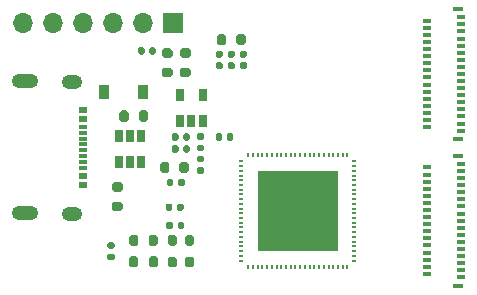
<source format=gts>
G04 #@! TF.GenerationSoftware,KiCad,Pcbnew,5.1.7-a382d34a8~87~ubuntu20.04.1*
G04 #@! TF.CreationDate,2020-11-21T01:21:06+00:00*
G04 #@! TF.ProjectId,ILI2511-N7,494c4932-3531-4312-9d4e-372e6b696361,rev?*
G04 #@! TF.SameCoordinates,Original*
G04 #@! TF.FileFunction,Soldermask,Top*
G04 #@! TF.FilePolarity,Negative*
%FSLAX46Y46*%
G04 Gerber Fmt 4.6, Leading zero omitted, Abs format (unit mm)*
G04 Created by KiCad (PCBNEW 5.1.7-a382d34a8~87~ubuntu20.04.1) date 2020-11-21 01:21:06*
%MOMM*%
%LPD*%
G01*
G04 APERTURE LIST*
%ADD10R,1.700000X1.700000*%
%ADD11R,0.200000X0.450000*%
%ADD12O,0.200000X0.450000*%
%ADD13R,0.450000X0.200000*%
%ADD14R,0.800000X0.300000*%
%ADD15R,0.650000X0.300000*%
%ADD16R,0.950000X0.400000*%
%ADD17O,2.250000X1.250000*%
%ADD18O,1.750000X1.250000*%
%ADD19R,0.800000X0.540000*%
%ADD20R,0.650000X1.060000*%
%ADD21O,1.700000X1.700000*%
%ADD22R,0.900000X1.200000*%
G04 APERTURE END LIST*
D10*
X155900000Y-84430000D03*
X155900000Y-82730000D03*
X155900000Y-81030000D03*
X155900000Y-79330000D03*
X154200000Y-84430000D03*
X154200000Y-82730000D03*
X154200000Y-81030000D03*
X154200000Y-79330000D03*
X152500000Y-84430000D03*
X152500000Y-82730000D03*
X152500000Y-81030000D03*
X152500000Y-79330000D03*
X150800000Y-84430000D03*
X150800000Y-82730000D03*
X150800000Y-81030000D03*
X150800000Y-79330000D03*
D11*
X149150000Y-77105000D03*
X149550000Y-77105000D03*
X149950000Y-77105000D03*
X150350000Y-77105000D03*
X150750000Y-77105000D03*
X151150000Y-77105000D03*
X151550000Y-77105000D03*
X151950000Y-77105000D03*
X152350000Y-77105000D03*
X152750000Y-77105000D03*
X153150000Y-77105000D03*
X153550000Y-77105000D03*
X153950000Y-77105000D03*
D12*
X154350000Y-77105000D03*
X154750000Y-77105000D03*
D11*
X155150000Y-77105000D03*
X155550000Y-77105000D03*
X155950000Y-77105000D03*
X156350000Y-77105000D03*
X156750000Y-77105000D03*
X157150000Y-77105000D03*
X157550000Y-77105000D03*
D13*
X158125000Y-77680000D03*
X158125000Y-78080000D03*
X158125000Y-78480000D03*
X158125000Y-78880000D03*
X158125000Y-79280000D03*
X158125000Y-79680000D03*
X158125000Y-80080000D03*
X158125000Y-80480000D03*
X158125000Y-80880000D03*
X158125000Y-81280000D03*
X158125000Y-81680000D03*
X158125000Y-82080000D03*
X158125000Y-82480000D03*
X158125000Y-82880000D03*
X158125000Y-83280000D03*
X158125000Y-83680000D03*
X158125000Y-84080000D03*
X158125000Y-84480000D03*
X158125000Y-84880000D03*
X158125000Y-85280000D03*
X158125000Y-85680000D03*
X158125000Y-86080000D03*
D11*
X157550000Y-86655000D03*
X157150000Y-86655000D03*
X156750000Y-86655000D03*
X156350000Y-86655000D03*
X155950000Y-86655000D03*
X155550000Y-86655000D03*
X155150000Y-86655000D03*
X154750000Y-86655000D03*
X154350000Y-86655000D03*
X153950000Y-86655000D03*
X153550000Y-86655000D03*
X153150000Y-86655000D03*
X152750000Y-86655000D03*
X152350000Y-86655000D03*
X151950000Y-86655000D03*
X151550000Y-86655000D03*
X151150000Y-86655000D03*
X150750000Y-86655000D03*
X150350000Y-86655000D03*
X149950000Y-86655000D03*
X149550000Y-86655000D03*
X149150000Y-86655000D03*
D13*
X148575000Y-86080000D03*
X148575000Y-85680000D03*
X148575000Y-85280000D03*
X148575000Y-84880000D03*
X148575000Y-84480000D03*
X148575000Y-84080000D03*
X148575000Y-83680000D03*
X148575000Y-83280000D03*
X148575000Y-82880000D03*
X148575000Y-82480000D03*
X148575000Y-82080000D03*
X148575000Y-81680000D03*
X148575000Y-81280000D03*
X148575000Y-80880000D03*
X148575000Y-80480000D03*
X148575000Y-80080000D03*
X148575000Y-79680000D03*
X148575000Y-79280000D03*
X148575000Y-78880000D03*
X148575000Y-78480000D03*
X148575000Y-78080000D03*
X148575000Y-77680000D03*
D14*
X167200000Y-65480000D03*
D15*
X164325000Y-65780000D03*
D14*
X167200000Y-66080000D03*
D15*
X164325000Y-66380000D03*
D14*
X167200000Y-66680000D03*
D15*
X164325000Y-66980000D03*
D14*
X167200000Y-67280000D03*
D15*
X164325000Y-67580000D03*
D14*
X167200000Y-67880000D03*
D15*
X164325000Y-68180000D03*
D14*
X167200000Y-68480000D03*
D15*
X164325000Y-68780000D03*
D14*
X167200000Y-69080000D03*
D15*
X164325000Y-69380000D03*
D14*
X167200000Y-69680000D03*
D15*
X164325000Y-69980000D03*
D14*
X167200000Y-70280000D03*
D15*
X164325000Y-70580000D03*
D14*
X167200000Y-70880000D03*
D15*
X164325000Y-71180000D03*
D14*
X167200000Y-71480000D03*
D15*
X164325000Y-71780000D03*
D14*
X167200000Y-72080000D03*
D15*
X164325000Y-72380000D03*
D14*
X167200000Y-72680000D03*
D15*
X164325000Y-72980000D03*
D14*
X167200000Y-73280000D03*
D15*
X164325000Y-73580000D03*
D14*
X167200000Y-73880000D03*
D15*
X164325000Y-74180000D03*
D14*
X167200000Y-74480000D03*
D15*
X164325000Y-74780000D03*
D14*
X167200000Y-75080000D03*
D16*
X166925000Y-64780000D03*
X166925000Y-75780000D03*
D14*
X167150000Y-77900000D03*
D15*
X164275000Y-78200000D03*
D14*
X167150000Y-78500000D03*
D15*
X164275000Y-78800000D03*
D14*
X167150000Y-79100000D03*
D15*
X164275000Y-79400000D03*
D14*
X167150000Y-79700000D03*
D15*
X164275000Y-80000000D03*
D14*
X167150000Y-80300000D03*
D15*
X164275000Y-80600000D03*
D14*
X167150000Y-80900000D03*
D15*
X164275000Y-81200000D03*
D14*
X167150000Y-81500000D03*
D15*
X164275000Y-81800000D03*
D14*
X167150000Y-82100000D03*
D15*
X164275000Y-82400000D03*
D14*
X167150000Y-82700000D03*
D15*
X164275000Y-83000000D03*
D14*
X167150000Y-83300000D03*
D15*
X164275000Y-83600000D03*
D14*
X167150000Y-83900000D03*
D15*
X164275000Y-84200000D03*
D14*
X167150000Y-84500000D03*
D15*
X164275000Y-84800000D03*
D14*
X167150000Y-85100000D03*
D15*
X164275000Y-85400000D03*
D14*
X167150000Y-85700000D03*
D15*
X164275000Y-86000000D03*
D14*
X167150000Y-86300000D03*
D15*
X164275000Y-86600000D03*
D14*
X167150000Y-86900000D03*
D15*
X164275000Y-87200000D03*
D14*
X167150000Y-87500000D03*
D16*
X166875000Y-77200000D03*
X166875000Y-88200000D03*
G36*
G01*
X143775000Y-86465000D02*
X143775000Y-85965000D01*
G75*
G02*
X143975000Y-85765000I200000J0D01*
G01*
X144375000Y-85765000D01*
G75*
G02*
X144575000Y-85965000I0J-200000D01*
G01*
X144575000Y-86465000D01*
G75*
G02*
X144375000Y-86665000I-200000J0D01*
G01*
X143975000Y-86665000D01*
G75*
G02*
X143775000Y-86465000I0J200000D01*
G01*
G37*
G36*
G01*
X142325000Y-86465000D02*
X142325000Y-85965000D01*
G75*
G02*
X142525000Y-85765000I200000J0D01*
G01*
X142925000Y-85765000D01*
G75*
G02*
X143125000Y-85965000I0J-200000D01*
G01*
X143125000Y-86465000D01*
G75*
G02*
X142925000Y-86665000I-200000J0D01*
G01*
X142525000Y-86665000D01*
G75*
G02*
X142325000Y-86465000I0J200000D01*
G01*
G37*
G36*
G01*
X143775000Y-84615000D02*
X143775000Y-84115000D01*
G75*
G02*
X143975000Y-83915000I200000J0D01*
G01*
X144375000Y-83915000D01*
G75*
G02*
X144575000Y-84115000I0J-200000D01*
G01*
X144575000Y-84615000D01*
G75*
G02*
X144375000Y-84815000I-200000J0D01*
G01*
X143975000Y-84815000D01*
G75*
G02*
X143775000Y-84615000I0J200000D01*
G01*
G37*
G36*
G01*
X142325000Y-84615000D02*
X142325000Y-84115000D01*
G75*
G02*
X142525000Y-83915000I200000J0D01*
G01*
X142925000Y-83915000D01*
G75*
G02*
X143125000Y-84115000I0J-200000D01*
G01*
X143125000Y-84615000D01*
G75*
G02*
X142925000Y-84815000I-200000J0D01*
G01*
X142525000Y-84815000D01*
G75*
G02*
X142325000Y-84615000I0J200000D01*
G01*
G37*
G36*
G01*
X147280000Y-67105000D02*
X147280000Y-67655000D01*
G75*
G02*
X147080000Y-67855000I-200000J0D01*
G01*
X146680000Y-67855000D01*
G75*
G02*
X146480000Y-67655000I0J200000D01*
G01*
X146480000Y-67105000D01*
G75*
G02*
X146680000Y-66905000I200000J0D01*
G01*
X147080000Y-66905000D01*
G75*
G02*
X147280000Y-67105000I0J-200000D01*
G01*
G37*
G36*
G01*
X148930000Y-67105000D02*
X148930000Y-67655000D01*
G75*
G02*
X148730000Y-67855000I-200000J0D01*
G01*
X148330000Y-67855000D01*
G75*
G02*
X148130000Y-67655000I0J200000D01*
G01*
X148130000Y-67105000D01*
G75*
G02*
X148330000Y-66905000I200000J0D01*
G01*
X148730000Y-66905000D01*
G75*
G02*
X148930000Y-67105000I0J-200000D01*
G01*
G37*
G36*
G01*
X140770000Y-68500000D02*
X140770000Y-68160000D01*
G75*
G02*
X140910000Y-68020000I140000J0D01*
G01*
X141190000Y-68020000D01*
G75*
G02*
X141330000Y-68160000I0J-140000D01*
G01*
X141330000Y-68500000D01*
G75*
G02*
X141190000Y-68640000I-140000J0D01*
G01*
X140910000Y-68640000D01*
G75*
G02*
X140770000Y-68500000I0J140000D01*
G01*
G37*
G36*
G01*
X139810000Y-68500000D02*
X139810000Y-68160000D01*
G75*
G02*
X139950000Y-68020000I140000J0D01*
G01*
X140230000Y-68020000D01*
G75*
G02*
X140370000Y-68160000I0J-140000D01*
G01*
X140370000Y-68500000D01*
G75*
G02*
X140230000Y-68640000I-140000J0D01*
G01*
X139950000Y-68640000D01*
G75*
G02*
X139810000Y-68500000I0J140000D01*
G01*
G37*
G36*
G01*
X147540000Y-69290000D02*
X147880000Y-69290000D01*
G75*
G02*
X148020000Y-69430000I0J-140000D01*
G01*
X148020000Y-69710000D01*
G75*
G02*
X147880000Y-69850000I-140000J0D01*
G01*
X147540000Y-69850000D01*
G75*
G02*
X147400000Y-69710000I0J140000D01*
G01*
X147400000Y-69430000D01*
G75*
G02*
X147540000Y-69290000I140000J0D01*
G01*
G37*
G36*
G01*
X147540000Y-68330000D02*
X147880000Y-68330000D01*
G75*
G02*
X148020000Y-68470000I0J-140000D01*
G01*
X148020000Y-68750000D01*
G75*
G02*
X147880000Y-68890000I-140000J0D01*
G01*
X147540000Y-68890000D01*
G75*
G02*
X147400000Y-68750000I0J140000D01*
G01*
X147400000Y-68470000D01*
G75*
G02*
X147540000Y-68330000I140000J0D01*
G01*
G37*
G36*
G01*
X148560000Y-69290000D02*
X148900000Y-69290000D01*
G75*
G02*
X149040000Y-69430000I0J-140000D01*
G01*
X149040000Y-69710000D01*
G75*
G02*
X148900000Y-69850000I-140000J0D01*
G01*
X148560000Y-69850000D01*
G75*
G02*
X148420000Y-69710000I0J140000D01*
G01*
X148420000Y-69430000D01*
G75*
G02*
X148560000Y-69290000I140000J0D01*
G01*
G37*
G36*
G01*
X148560000Y-68330000D02*
X148900000Y-68330000D01*
G75*
G02*
X149040000Y-68470000I0J-140000D01*
G01*
X149040000Y-68750000D01*
G75*
G02*
X148900000Y-68890000I-140000J0D01*
G01*
X148560000Y-68890000D01*
G75*
G02*
X148420000Y-68750000I0J140000D01*
G01*
X148420000Y-68470000D01*
G75*
G02*
X148560000Y-68330000I140000J0D01*
G01*
G37*
G36*
G01*
X146520000Y-69290000D02*
X146860000Y-69290000D01*
G75*
G02*
X147000000Y-69430000I0J-140000D01*
G01*
X147000000Y-69710000D01*
G75*
G02*
X146860000Y-69850000I-140000J0D01*
G01*
X146520000Y-69850000D01*
G75*
G02*
X146380000Y-69710000I0J140000D01*
G01*
X146380000Y-69430000D01*
G75*
G02*
X146520000Y-69290000I140000J0D01*
G01*
G37*
G36*
G01*
X146520000Y-68330000D02*
X146860000Y-68330000D01*
G75*
G02*
X147000000Y-68470000I0J-140000D01*
G01*
X147000000Y-68750000D01*
G75*
G02*
X146860000Y-68890000I-140000J0D01*
G01*
X146520000Y-68890000D01*
G75*
G02*
X146380000Y-68750000I0J140000D01*
G01*
X146380000Y-68470000D01*
G75*
G02*
X146520000Y-68330000I140000J0D01*
G01*
G37*
D17*
X130220000Y-70900000D03*
D18*
X134220000Y-70924400D03*
X134220000Y-82100000D03*
D17*
X130220000Y-82050000D03*
D14*
X135120000Y-78250000D03*
X135120000Y-75250000D03*
X135120000Y-76250000D03*
X135120000Y-76750000D03*
X135120000Y-75750000D03*
X135120000Y-77250000D03*
D19*
X135120000Y-78900000D03*
X135120000Y-74100000D03*
X135120000Y-73300000D03*
X135120000Y-79700000D03*
D14*
X135120000Y-77750000D03*
X135120000Y-74742000D03*
D20*
X140080000Y-75520000D03*
X139130000Y-75520000D03*
X138180000Y-75520000D03*
X138180000Y-77720000D03*
X140080000Y-77720000D03*
X139130000Y-77720000D03*
X143390000Y-72080000D03*
X145290000Y-72080000D03*
X145290000Y-74280000D03*
X144340000Y-74280000D03*
X143390000Y-74280000D03*
G36*
G01*
X142557000Y-68919600D02*
X142007000Y-68919600D01*
G75*
G02*
X141807000Y-68719600I0J200000D01*
G01*
X141807000Y-68319600D01*
G75*
G02*
X142007000Y-68119600I200000J0D01*
G01*
X142557000Y-68119600D01*
G75*
G02*
X142757000Y-68319600I0J-200000D01*
G01*
X142757000Y-68719600D01*
G75*
G02*
X142557000Y-68919600I-200000J0D01*
G01*
G37*
G36*
G01*
X142557000Y-70569600D02*
X142007000Y-70569600D01*
G75*
G02*
X141807000Y-70369600I0J200000D01*
G01*
X141807000Y-69969600D01*
G75*
G02*
X142007000Y-69769600I200000J0D01*
G01*
X142557000Y-69769600D01*
G75*
G02*
X142757000Y-69969600I0J-200000D01*
G01*
X142757000Y-70369600D01*
G75*
G02*
X142557000Y-70569600I-200000J0D01*
G01*
G37*
G36*
G01*
X144097000Y-70569600D02*
X143547000Y-70569600D01*
G75*
G02*
X143347000Y-70369600I0J200000D01*
G01*
X143347000Y-69969600D01*
G75*
G02*
X143547000Y-69769600I200000J0D01*
G01*
X144097000Y-69769600D01*
G75*
G02*
X144297000Y-69969600I0J-200000D01*
G01*
X144297000Y-70369600D01*
G75*
G02*
X144097000Y-70569600I-200000J0D01*
G01*
G37*
G36*
G01*
X144097000Y-68919600D02*
X143547000Y-68919600D01*
G75*
G02*
X143347000Y-68719600I0J200000D01*
G01*
X143347000Y-68319600D01*
G75*
G02*
X143547000Y-68119600I200000J0D01*
G01*
X144097000Y-68119600D01*
G75*
G02*
X144297000Y-68319600I0J-200000D01*
G01*
X144297000Y-68719600D01*
G75*
G02*
X144097000Y-68919600I-200000J0D01*
G01*
G37*
G36*
G01*
X137785000Y-81115000D02*
X138335000Y-81115000D01*
G75*
G02*
X138535000Y-81315000I0J-200000D01*
G01*
X138535000Y-81715000D01*
G75*
G02*
X138335000Y-81915000I-200000J0D01*
G01*
X137785000Y-81915000D01*
G75*
G02*
X137585000Y-81715000I0J200000D01*
G01*
X137585000Y-81315000D01*
G75*
G02*
X137785000Y-81115000I200000J0D01*
G01*
G37*
G36*
G01*
X137785000Y-79465000D02*
X138335000Y-79465000D01*
G75*
G02*
X138535000Y-79665000I0J-200000D01*
G01*
X138535000Y-80065000D01*
G75*
G02*
X138335000Y-80265000I-200000J0D01*
G01*
X137785000Y-80265000D01*
G75*
G02*
X137585000Y-80065000I0J200000D01*
G01*
X137585000Y-79665000D01*
G75*
G02*
X137785000Y-79465000I200000J0D01*
G01*
G37*
G36*
G01*
X139875000Y-74125000D02*
X139875000Y-73575000D01*
G75*
G02*
X140075000Y-73375000I200000J0D01*
G01*
X140475000Y-73375000D01*
G75*
G02*
X140675000Y-73575000I0J-200000D01*
G01*
X140675000Y-74125000D01*
G75*
G02*
X140475000Y-74325000I-200000J0D01*
G01*
X140075000Y-74325000D01*
G75*
G02*
X139875000Y-74125000I0J200000D01*
G01*
G37*
G36*
G01*
X138225000Y-74125000D02*
X138225000Y-73575000D01*
G75*
G02*
X138425000Y-73375000I200000J0D01*
G01*
X138825000Y-73375000D01*
G75*
G02*
X139025000Y-73575000I0J-200000D01*
G01*
X139025000Y-74125000D01*
G75*
G02*
X138825000Y-74325000I-200000J0D01*
G01*
X138425000Y-74325000D01*
G75*
G02*
X138225000Y-74125000I0J200000D01*
G01*
G37*
G36*
G01*
X139855000Y-85915000D02*
X139855000Y-86465000D01*
G75*
G02*
X139655000Y-86665000I-200000J0D01*
G01*
X139255000Y-86665000D01*
G75*
G02*
X139055000Y-86465000I0J200000D01*
G01*
X139055000Y-85915000D01*
G75*
G02*
X139255000Y-85715000I200000J0D01*
G01*
X139655000Y-85715000D01*
G75*
G02*
X139855000Y-85915000I0J-200000D01*
G01*
G37*
G36*
G01*
X141505000Y-85915000D02*
X141505000Y-86465000D01*
G75*
G02*
X141305000Y-86665000I-200000J0D01*
G01*
X140905000Y-86665000D01*
G75*
G02*
X140705000Y-86465000I0J200000D01*
G01*
X140705000Y-85915000D01*
G75*
G02*
X140905000Y-85715000I200000J0D01*
G01*
X141305000Y-85715000D01*
G75*
G02*
X141505000Y-85915000I0J-200000D01*
G01*
G37*
G36*
G01*
X139855000Y-84115000D02*
X139855000Y-84665000D01*
G75*
G02*
X139655000Y-84865000I-200000J0D01*
G01*
X139255000Y-84865000D01*
G75*
G02*
X139055000Y-84665000I0J200000D01*
G01*
X139055000Y-84115000D01*
G75*
G02*
X139255000Y-83915000I200000J0D01*
G01*
X139655000Y-83915000D01*
G75*
G02*
X139855000Y-84115000I0J-200000D01*
G01*
G37*
G36*
G01*
X141505000Y-84115000D02*
X141505000Y-84665000D01*
G75*
G02*
X141305000Y-84865000I-200000J0D01*
G01*
X140905000Y-84865000D01*
G75*
G02*
X140705000Y-84665000I0J200000D01*
G01*
X140705000Y-84115000D01*
G75*
G02*
X140905000Y-83915000I200000J0D01*
G01*
X141305000Y-83915000D01*
G75*
G02*
X141505000Y-84115000I0J-200000D01*
G01*
G37*
G36*
G01*
X142475000Y-77935000D02*
X142475000Y-78485000D01*
G75*
G02*
X142275000Y-78685000I-200000J0D01*
G01*
X141875000Y-78685000D01*
G75*
G02*
X141675000Y-78485000I0J200000D01*
G01*
X141675000Y-77935000D01*
G75*
G02*
X141875000Y-77735000I200000J0D01*
G01*
X142275000Y-77735000D01*
G75*
G02*
X142475000Y-77935000I0J-200000D01*
G01*
G37*
G36*
G01*
X144125000Y-77935000D02*
X144125000Y-78485000D01*
G75*
G02*
X143925000Y-78685000I-200000J0D01*
G01*
X143525000Y-78685000D01*
G75*
G02*
X143325000Y-78485000I0J200000D01*
G01*
X143325000Y-77935000D01*
G75*
G02*
X143525000Y-77735000I200000J0D01*
G01*
X143925000Y-77735000D01*
G75*
G02*
X144125000Y-77935000I0J-200000D01*
G01*
G37*
D21*
X130050000Y-66000000D03*
X132590000Y-66000000D03*
X135130000Y-66000000D03*
X137670000Y-66000000D03*
X140210000Y-66000000D03*
D10*
X142750000Y-66000000D03*
D22*
X136930000Y-71850000D03*
X140230000Y-71850000D03*
G36*
G01*
X143650000Y-76800000D02*
X143650000Y-76460000D01*
G75*
G02*
X143790000Y-76320000I140000J0D01*
G01*
X144070000Y-76320000D01*
G75*
G02*
X144210000Y-76460000I0J-140000D01*
G01*
X144210000Y-76800000D01*
G75*
G02*
X144070000Y-76940000I-140000J0D01*
G01*
X143790000Y-76940000D01*
G75*
G02*
X143650000Y-76800000I0J140000D01*
G01*
G37*
G36*
G01*
X142690000Y-76800000D02*
X142690000Y-76460000D01*
G75*
G02*
X142830000Y-76320000I140000J0D01*
G01*
X143110000Y-76320000D01*
G75*
G02*
X143250000Y-76460000I0J-140000D01*
G01*
X143250000Y-76800000D01*
G75*
G02*
X143110000Y-76940000I-140000J0D01*
G01*
X142830000Y-76940000D01*
G75*
G02*
X142690000Y-76800000I0J140000D01*
G01*
G37*
G36*
G01*
X143650000Y-75790000D02*
X143650000Y-75450000D01*
G75*
G02*
X143790000Y-75310000I140000J0D01*
G01*
X144070000Y-75310000D01*
G75*
G02*
X144210000Y-75450000I0J-140000D01*
G01*
X144210000Y-75790000D01*
G75*
G02*
X144070000Y-75930000I-140000J0D01*
G01*
X143790000Y-75930000D01*
G75*
G02*
X143650000Y-75790000I0J140000D01*
G01*
G37*
G36*
G01*
X142690000Y-75790000D02*
X142690000Y-75450000D01*
G75*
G02*
X142830000Y-75310000I140000J0D01*
G01*
X143110000Y-75310000D01*
G75*
G02*
X143250000Y-75450000I0J-140000D01*
G01*
X143250000Y-75790000D01*
G75*
G02*
X143110000Y-75930000I-140000J0D01*
G01*
X142830000Y-75930000D01*
G75*
G02*
X142690000Y-75790000I0J140000D01*
G01*
G37*
G36*
G01*
X144940000Y-78160000D02*
X145280000Y-78160000D01*
G75*
G02*
X145420000Y-78300000I0J-140000D01*
G01*
X145420000Y-78580000D01*
G75*
G02*
X145280000Y-78720000I-140000J0D01*
G01*
X144940000Y-78720000D01*
G75*
G02*
X144800000Y-78580000I0J140000D01*
G01*
X144800000Y-78300000D01*
G75*
G02*
X144940000Y-78160000I140000J0D01*
G01*
G37*
G36*
G01*
X144940000Y-77200000D02*
X145280000Y-77200000D01*
G75*
G02*
X145420000Y-77340000I0J-140000D01*
G01*
X145420000Y-77620000D01*
G75*
G02*
X145280000Y-77760000I-140000J0D01*
G01*
X144940000Y-77760000D01*
G75*
G02*
X144800000Y-77620000I0J140000D01*
G01*
X144800000Y-77340000D01*
G75*
G02*
X144940000Y-77200000I140000J0D01*
G01*
G37*
G36*
G01*
X144940000Y-75310000D02*
X145280000Y-75310000D01*
G75*
G02*
X145420000Y-75450000I0J-140000D01*
G01*
X145420000Y-75730000D01*
G75*
G02*
X145280000Y-75870000I-140000J0D01*
G01*
X144940000Y-75870000D01*
G75*
G02*
X144800000Y-75730000I0J140000D01*
G01*
X144800000Y-75450000D01*
G75*
G02*
X144940000Y-75310000I140000J0D01*
G01*
G37*
G36*
G01*
X144940000Y-76270000D02*
X145280000Y-76270000D01*
G75*
G02*
X145420000Y-76410000I0J-140000D01*
G01*
X145420000Y-76690000D01*
G75*
G02*
X145280000Y-76830000I-140000J0D01*
G01*
X144940000Y-76830000D01*
G75*
G02*
X144800000Y-76690000I0J140000D01*
G01*
X144800000Y-76410000D01*
G75*
G02*
X144940000Y-76270000I140000J0D01*
G01*
G37*
G36*
G01*
X146940000Y-75460000D02*
X146940000Y-75800000D01*
G75*
G02*
X146800000Y-75940000I-140000J0D01*
G01*
X146520000Y-75940000D01*
G75*
G02*
X146380000Y-75800000I0J140000D01*
G01*
X146380000Y-75460000D01*
G75*
G02*
X146520000Y-75320000I140000J0D01*
G01*
X146800000Y-75320000D01*
G75*
G02*
X146940000Y-75460000I0J-140000D01*
G01*
G37*
G36*
G01*
X147900000Y-75460000D02*
X147900000Y-75800000D01*
G75*
G02*
X147760000Y-75940000I-140000J0D01*
G01*
X147480000Y-75940000D01*
G75*
G02*
X147340000Y-75800000I0J140000D01*
G01*
X147340000Y-75460000D01*
G75*
G02*
X147480000Y-75320000I140000J0D01*
G01*
X147760000Y-75320000D01*
G75*
G02*
X147900000Y-75460000I0J-140000D01*
G01*
G37*
G36*
G01*
X142780000Y-82950000D02*
X142780000Y-83290000D01*
G75*
G02*
X142640000Y-83430000I-140000J0D01*
G01*
X142360000Y-83430000D01*
G75*
G02*
X142220000Y-83290000I0J140000D01*
G01*
X142220000Y-82950000D01*
G75*
G02*
X142360000Y-82810000I140000J0D01*
G01*
X142640000Y-82810000D01*
G75*
G02*
X142780000Y-82950000I0J-140000D01*
G01*
G37*
G36*
G01*
X143740000Y-82950000D02*
X143740000Y-83290000D01*
G75*
G02*
X143600000Y-83430000I-140000J0D01*
G01*
X143320000Y-83430000D01*
G75*
G02*
X143180000Y-83290000I0J140000D01*
G01*
X143180000Y-82950000D01*
G75*
G02*
X143320000Y-82810000I140000J0D01*
G01*
X143600000Y-82810000D01*
G75*
G02*
X143740000Y-82950000I0J-140000D01*
G01*
G37*
G36*
G01*
X137350000Y-85490000D02*
X137690000Y-85490000D01*
G75*
G02*
X137830000Y-85630000I0J-140000D01*
G01*
X137830000Y-85910000D01*
G75*
G02*
X137690000Y-86050000I-140000J0D01*
G01*
X137350000Y-86050000D01*
G75*
G02*
X137210000Y-85910000I0J140000D01*
G01*
X137210000Y-85630000D01*
G75*
G02*
X137350000Y-85490000I140000J0D01*
G01*
G37*
G36*
G01*
X137350000Y-84530000D02*
X137690000Y-84530000D01*
G75*
G02*
X137830000Y-84670000I0J-140000D01*
G01*
X137830000Y-84950000D01*
G75*
G02*
X137690000Y-85090000I-140000J0D01*
G01*
X137350000Y-85090000D01*
G75*
G02*
X137210000Y-84950000I0J140000D01*
G01*
X137210000Y-84670000D01*
G75*
G02*
X137350000Y-84530000I140000J0D01*
G01*
G37*
G36*
G01*
X143210000Y-79650000D02*
X143210000Y-79310000D01*
G75*
G02*
X143350000Y-79170000I140000J0D01*
G01*
X143630000Y-79170000D01*
G75*
G02*
X143770000Y-79310000I0J-140000D01*
G01*
X143770000Y-79650000D01*
G75*
G02*
X143630000Y-79790000I-140000J0D01*
G01*
X143350000Y-79790000D01*
G75*
G02*
X143210000Y-79650000I0J140000D01*
G01*
G37*
G36*
G01*
X142250000Y-79650000D02*
X142250000Y-79310000D01*
G75*
G02*
X142390000Y-79170000I140000J0D01*
G01*
X142670000Y-79170000D01*
G75*
G02*
X142810000Y-79310000I0J-140000D01*
G01*
X142810000Y-79650000D01*
G75*
G02*
X142670000Y-79790000I-140000J0D01*
G01*
X142390000Y-79790000D01*
G75*
G02*
X142250000Y-79650000I0J140000D01*
G01*
G37*
G36*
G01*
X143110000Y-81730000D02*
X143110000Y-81390000D01*
G75*
G02*
X143250000Y-81250000I140000J0D01*
G01*
X143530000Y-81250000D01*
G75*
G02*
X143670000Y-81390000I0J-140000D01*
G01*
X143670000Y-81730000D01*
G75*
G02*
X143530000Y-81870000I-140000J0D01*
G01*
X143250000Y-81870000D01*
G75*
G02*
X143110000Y-81730000I0J140000D01*
G01*
G37*
G36*
G01*
X142150000Y-81730000D02*
X142150000Y-81390000D01*
G75*
G02*
X142290000Y-81250000I140000J0D01*
G01*
X142570000Y-81250000D01*
G75*
G02*
X142710000Y-81390000I0J-140000D01*
G01*
X142710000Y-81730000D01*
G75*
G02*
X142570000Y-81870000I-140000J0D01*
G01*
X142290000Y-81870000D01*
G75*
G02*
X142150000Y-81730000I0J140000D01*
G01*
G37*
M02*

</source>
